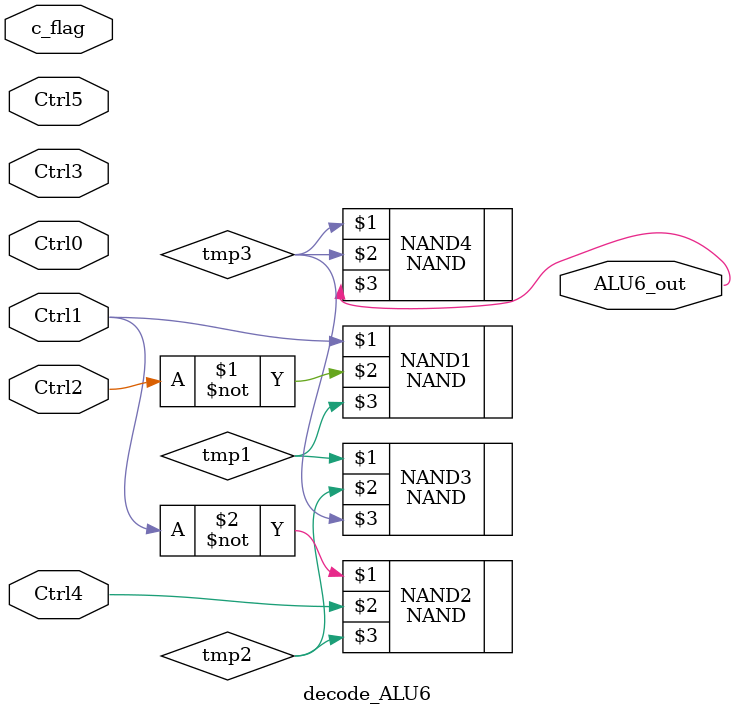
<source format=v>
module decode_ALU6(Ctrl0,Ctrl1,Ctrl2,Ctrl3,Ctrl4,Ctrl5,c_flag,ALU6_out);
    input Ctrl0,Ctrl1,Ctrl2,Ctrl3,Ctrl4,Ctrl5,c_flag;
    output ALU6_out;
    wire tmp1,tmp2,tmp3;
    NAND NAND1(Ctrl1,~Ctrl2,tmp1);
    NAND NAND2(~Ctrl1,Ctrl4,tmp2);
    NAND NAND3(tmp1,tmp2,tmp3);
    NAND NAND4(tmp3,tmp3,ALU6_out);
endmodule
</source>
